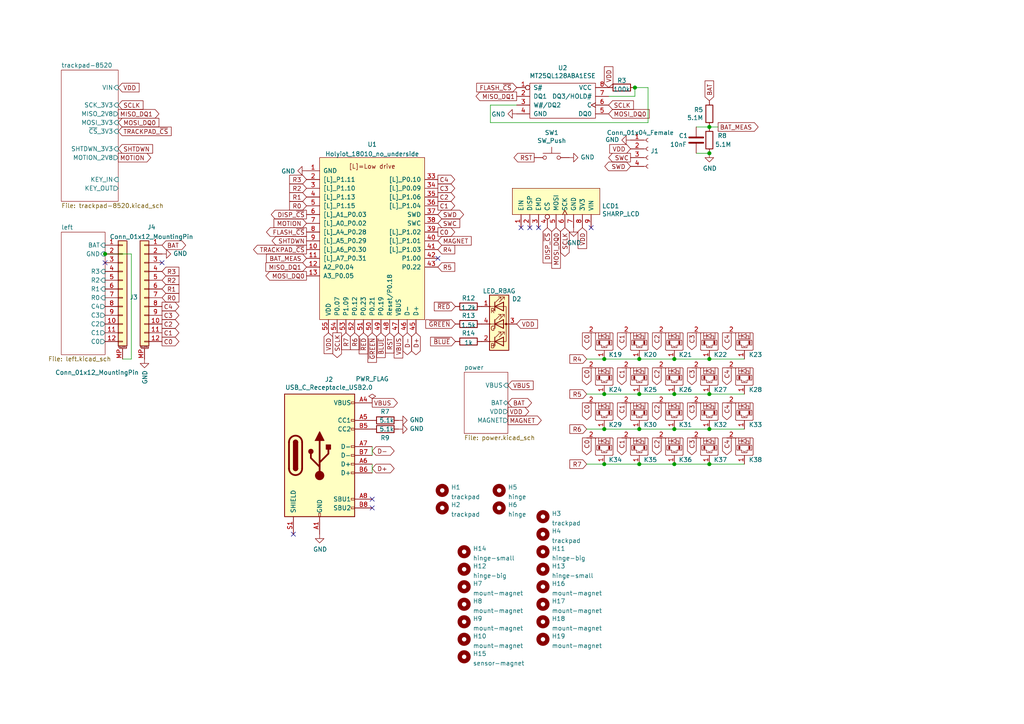
<source format=kicad_sch>
(kicad_sch (version 20210621) (generator eeschema)
  (paper "A4")
  (lib_symbols
    (symbol "Connector:Conn_01x04_Female" (pin_names (offset 1.016) hide)
      (property "Reference" "J" (at 0 5.08 0))
      (property "Value" "Conn_01x04_Female" (at 0 -7.62 0))
      (symbol "Conn_01x04_Female_1_1"
        (arc (start 0 -4.572) (end 0 -5.588) (radius (at 0 -5.08) (length 0.508) (angles 90.1 -90.1)) (stroke (width 0.1524)))
        (arc (start 0 -2.032) (end 0 -3.048) (radius (at 0 -2.54) (length 0.508) (angles 90.1 -90.1)) (stroke (width 0.1524)))
        (arc (start 0 0.508) (end 0 -0.508) (radius (at 0 0) (length 0.508) (angles 90.1 -90.1)) (stroke (width 0.1524)))
        (arc (start 0 3.048) (end 0 2.032) (radius (at 0 2.54) (length 0.508) (angles 90.1 -90.1)) (stroke (width 0.1524)))
        (polyline (pts (xy -1.27 -5.08) (xy -0.508 -5.08)) (stroke (width 0.1524)))
        (polyline (pts (xy -1.27 -2.54) (xy -0.508 -2.54)) (stroke (width 0.1524)))
        (polyline (pts (xy -1.27 0) (xy -0.508 0)) (stroke (width 0.1524)))
        (polyline (pts (xy -1.27 2.54) (xy -0.508 2.54)) (stroke (width 0.1524)))
        (pin passive line (at -5.08 2.54 0) (length 3.81) (name "Pin_1") (number "1"))
        (pin passive line (at -5.08 0 0) (length 3.81) (name "Pin_2") (number "2"))
        (pin passive line (at -5.08 -2.54 0) (length 3.81) (name "Pin_3") (number "3"))
        (pin passive line (at -5.08 -5.08 0) (length 3.81) (name "Pin_4") (number "4"))
      )
    )
    (symbol "Connector:USB_C_Receptacle_USB2.0" (pin_names (offset 1.016))
      (property "Reference" "J" (at -10.16 19.05 0))
      (property "Value" "USB_C_Receptacle_USB2.0" (at 19.05 19.05 0))
      (symbol "USB_C_Receptacle_USB2.0_0_0"
        (rectangle (start -0.254 -17.78) (end 0.254 -16.764))
        (rectangle (start 10.16 -14.986) (end 9.144 -15.494))
        (rectangle (start 10.16 -12.446) (end 9.144 -12.954))
        (rectangle (start 10.16 -4.826) (end 9.144 -5.334))
        (rectangle (start 10.16 -2.286) (end 9.144 -2.794))
        (rectangle (start 10.16 0.254) (end 9.144 -0.254))
        (rectangle (start 10.16 2.794) (end 9.144 2.286))
        (rectangle (start 10.16 7.874) (end 9.144 7.366))
        (rectangle (start 10.16 10.414) (end 9.144 9.906))
        (rectangle (start 10.16 15.494) (end 9.144 14.986))
      )
      (symbol "USB_C_Receptacle_USB2.0_0_1"
        (arc (start -8.89 -3.81) (end -5.08 -3.81) (radius (at -6.985 -3.81) (length 1.905) (angles -179.9 -0.1)) (stroke (width 0.508)))
        (arc (start -7.62 -3.81) (end -6.35 -3.81) (radius (at -6.985 -3.81) (length 0.635) (angles -179.9 -0.1)) (stroke (width 0.254)))
        (arc (start -6.35 3.81) (end -7.62 3.81) (radius (at -6.985 3.81) (length 0.635) (angles 0.1 179.9)) (stroke (width 0.254)))
        (arc (start -5.08 3.81) (end -8.89 3.81) (radius (at -6.985 3.81) (length 1.905) (angles 0.1 179.9)) (stroke (width 0.508)))
        (arc (start -7.62 -3.81) (end -6.35 -3.81) (radius (at -6.985 -3.81) (length 0.635) (angles -179.9 -0.1)) (stroke (width 0.254)) (fill (type outline)))
        (arc (start -6.35 3.81) (end -7.62 3.81) (radius (at -6.985 3.81) (length 0.635) (angles 0.1 179.9)) (stroke (width 0.254)) (fill (type outline)))
        (circle (center -2.54 1.143) (radius 0.635) (stroke (width 0.254)) (fill (type outline)))
        (circle (center 0 -5.842) (radius 1.27) (fill (type outline)))
        (rectangle (start -7.62 -3.81) (end -6.35 3.81) (stroke (width 0.254)) (fill (type outline)))
        (rectangle (start 1.905 1.778) (end 3.175 3.048) (stroke (width 0.254)) (fill (type outline)))
        (rectangle (start -10.16 17.78) (end 10.16 -17.78) (stroke (width 0.254)) (fill (type background)))
        (polyline (pts (xy -8.89 -3.81) (xy -8.89 3.81)) (stroke (width 0.508)))
        (polyline (pts (xy -5.08 3.81) (xy -5.08 -3.81)) (stroke (width 0.508)))
        (polyline (pts (xy 0 -5.842) (xy 0 4.318)) (stroke (width 0.508)))
        (polyline (pts (xy 0 -3.302) (xy -2.54 -0.762) (xy -2.54 0.508)) (stroke (width 0.508)))
        (polyline (pts (xy 0 -2.032) (xy 2.54 0.508) (xy 2.54 1.778)) (stroke (width 0.508)))
        (polyline (pts (xy -1.27 4.318) (xy 0 6.858) (xy 1.27 4.318) (xy -1.27 4.318)) (stroke (width 0.254)) (fill (type outline)))
      )
      (symbol "USB_C_Receptacle_USB2.0_1_1"
        (pin passive line (at 0 -22.86 90) (length 5.08) (name "GND") (number "A1"))
        (pin passive line (at 0 -22.86 90) (length 5.08) hide (name "GND") (number "A12"))
        (pin passive line (at 15.24 15.24 180) (length 5.08) (name "VBUS") (number "A4"))
        (pin bidirectional line (at 15.24 10.16 180) (length 5.08) (name "CC1") (number "A5"))
        (pin bidirectional line (at 15.24 -2.54 180) (length 5.08) (name "D+") (number "A6"))
        (pin bidirectional line (at 15.24 2.54 180) (length 5.08) (name "D-") (number "A7"))
        (pin bidirectional line (at 15.24 -12.7 180) (length 5.08) (name "SBU1") (number "A8"))
        (pin passive line (at 15.24 15.24 180) (length 5.08) hide (name "VBUS") (number "A9"))
        (pin passive line (at 0 -22.86 90) (length 5.08) hide (name "GND") (number "B1"))
        (pin passive line (at 0 -22.86 90) (length 5.08) hide (name "GND") (number "B12"))
        (pin passive line (at 15.24 15.24 180) (length 5.08) hide (name "VBUS") (number "B4"))
        (pin bidirectional line (at 15.24 7.62 180) (length 5.08) (name "CC2") (number "B5"))
        (pin bidirectional line (at 15.24 -5.08 180) (length 5.08) (name "D+") (number "B6"))
        (pin bidirectional line (at 15.24 0 180) (length 5.08) (name "D-") (number "B7"))
        (pin bidirectional line (at 15.24 -15.24 180) (length 5.08) (name "SBU2") (number "B8"))
        (pin passive line (at 15.24 15.24 180) (length 5.08) hide (name "VBUS") (number "B9"))
        (pin passive line (at -7.62 -22.86 90) (length 5.08) (name "SHIELD") (number "S1"))
      )
    )
    (symbol "Connector_Generic_MountingPin:Conn_01x12_MountingPin" (pin_names (offset 1.016) hide)
      (property "Reference" "J" (at 0 15.24 0))
      (property "Value" "Conn_01x12_MountingPin" (at 1.27 -17.78 0))
      (symbol "Conn_01x12_MountingPin_1_1"
        (text "Mounting" (at 0 -16.891 0) (effects (font (size 0.381 0.381))))
        (rectangle (start -1.27 -15.113) (end 0 -15.367) (stroke (width 0.1524)))
        (rectangle (start -1.27 -12.573) (end 0 -12.827) (stroke (width 0.1524)))
        (rectangle (start -1.27 -10.033) (end 0 -10.287) (stroke (width 0.1524)))
        (rectangle (start -1.27 -7.493) (end 0 -7.747) (stroke (width 0.1524)))
        (rectangle (start -1.27 -4.953) (end 0 -5.207) (stroke (width 0.1524)))
        (rectangle (start -1.27 -2.413) (end 0 -2.667) (stroke (width 0.1524)))
        (rectangle (start -1.27 0.127) (end 0 -0.127) (stroke (width 0.1524)))
        (rectangle (start -1.27 2.667) (end 0 2.413) (stroke (width 0.1524)))
        (rectangle (start -1.27 5.207) (end 0 4.953) (stroke (width 0.1524)))
        (rectangle (start -1.27 7.747) (end 0 7.493) (stroke (width 0.1524)))
        (rectangle (start -1.27 10.287) (end 0 10.033) (stroke (width 0.1524)))
        (rectangle (start -1.27 12.827) (end 0 12.573) (stroke (width 0.1524)))
        (rectangle (start -1.27 13.97) (end 1.27 -16.51) (stroke (width 0.254)) (fill (type background)))
        (polyline (pts (xy -1.016 -17.272) (xy 1.016 -17.272)) (stroke (width 0.1524)))
        (pin passive line (at -5.08 12.7 0) (length 3.81) (name "Pin_1") (number "1"))
        (pin passive line (at -5.08 -10.16 0) (length 3.81) (name "Pin_10") (number "10"))
        (pin passive line (at -5.08 -12.7 0) (length 3.81) (name "Pin_11") (number "11"))
        (pin passive line (at -5.08 -15.24 0) (length 3.81) (name "Pin_12") (number "12"))
        (pin passive line (at -5.08 10.16 0) (length 3.81) (name "Pin_2") (number "2"))
        (pin passive line (at -5.08 7.62 0) (length 3.81) (name "Pin_3") (number "3"))
        (pin passive line (at -5.08 5.08 0) (length 3.81) (name "Pin_4") (number "4"))
        (pin passive line (at -5.08 2.54 0) (length 3.81) (name "Pin_5") (number "5"))
        (pin passive line (at -5.08 0 0) (length 3.81) (name "Pin_6") (number "6"))
        (pin passive line (at -5.08 -2.54 0) (length 3.81) (name "Pin_7") (number "7"))
        (pin passive line (at -5.08 -5.08 0) (length 3.81) (name "Pin_8") (number "8"))
        (pin passive line (at -5.08 -7.62 0) (length 3.81) (name "Pin_9") (number "9"))
        (pin passive line (at 0 -20.32 90) (length 3.048) (name "MountPin") (number "MP"))
      )
    )
    (symbol "Device:C" (pin_numbers hide) (pin_names (offset 0.254))
      (property "Reference" "C" (at 0.635 2.54 0))
      (property "Value" "C" (at 0.635 -2.54 0))
      (symbol "C_0_1"
        (polyline (pts (xy -2.032 -0.762) (xy 2.032 -0.762)) (stroke (width 0.508)))
        (polyline (pts (xy -2.032 0.762) (xy 2.032 0.762)) (stroke (width 0.508)))
      )
      (symbol "C_1_1"
        (pin passive line (at 0 3.81 270) (length 2.794) (name "~") (number "1"))
        (pin passive line (at 0 -3.81 90) (length 2.794) (name "~") (number "2"))
      )
    )
    (symbol "Device:LED_RBAG" (pin_names (offset 0) hide)
      (property "Reference" "D" (at 0 9.398 0))
      (property "Value" "LED_RBAG" (at 0 -8.89 0))
      (symbol "LED_RBAG_0_0"
        (text "B" (at -1.905 -6.35 0) (effects (font (size 1.27 1.27))))
        (text "G" (at -1.905 -1.27 0) (effects (font (size 1.27 1.27))))
        (text "R" (at -1.905 3.81 0) (effects (font (size 1.27 1.27))))
      )
      (symbol "LED_RBAG_0_1"
        (circle (center 2.032 0) (radius 0.254) (fill (type outline)))
        (rectangle (start 1.27 -1.27) (end 1.27 1.27))
        (rectangle (start 1.27 1.27) (end 1.27 1.27))
        (rectangle (start 1.27 3.81) (end 1.27 6.35))
        (rectangle (start 1.27 6.35) (end 1.27 6.35))
        (rectangle (start 2.794 8.382) (end -2.794 -7.62) (stroke (width 0.254)) (fill (type background)))
        (polyline (pts (xy -1.27 -5.08) (xy -2.54 -5.08)))
        (polyline (pts (xy -1.27 -5.08) (xy 1.27 -5.08)))
        (polyline (pts (xy -1.27 -3.81) (xy -1.27 -6.35)) (stroke (width 0.254)))
        (polyline (pts (xy -1.27 0) (xy -2.54 0)))
        (polyline (pts (xy -1.27 1.27) (xy -1.27 -1.27)) (stroke (width 0.254)))
        (polyline (pts (xy -1.27 5.08) (xy -2.54 5.08)))
        (polyline (pts (xy -1.27 5.08) (xy 1.27 5.08)))
        (polyline (pts (xy -1.27 6.35) (xy -1.27 3.81)) (stroke (width 0.254)))
        (polyline (pts (xy 1.27 0) (xy -1.27 0)))
        (polyline (pts (xy 1.27 0) (xy 2.54 0)))
        (polyline (pts (xy -1.27 1.27) (xy -1.27 -1.27) (xy -1.27 -1.27)))
        (polyline (pts (xy -1.27 6.35) (xy -1.27 3.81) (xy -1.27 3.81)))
        (polyline (pts (xy 1.27 -5.08) (xy 2.032 -5.08) (xy 2.032 5.08) (xy 1.27 5.08)))
        (polyline (pts (xy 1.27 -3.81) (xy 1.27 -6.35) (xy -1.27 -5.08) (xy 1.27 -3.81)) (stroke (width 0.254)))
        (polyline (pts (xy 1.27 1.27) (xy 1.27 -1.27) (xy -1.27 0) (xy 1.27 1.27)) (stroke (width 0.254)))
        (polyline (pts (xy 1.27 6.35) (xy 1.27 3.81) (xy -1.27 5.08) (xy 1.27 6.35)) (stroke (width 0.254)))
        (polyline (pts (xy -1.016 -3.81) (xy 0.508 -2.286) (xy -0.254 -2.286) (xy 0.508 -2.286) (xy 0.508 -3.048)))
        (polyline (pts (xy -1.016 1.27) (xy 0.508 2.794) (xy -0.254 2.794) (xy 0.508 2.794) (xy 0.508 2.032)))
        (polyline (pts (xy -1.016 6.35) (xy 0.508 7.874) (xy -0.254 7.874) (xy 0.508 7.874) (xy 0.508 7.112)))
        (polyline (pts (xy 0 -3.81) (xy 1.524 -2.286) (xy 0.762 -2.286) (xy 1.524 -2.286) (xy 1.524 -3.048)))
        (polyline (pts (xy 0 1.27) (xy 1.524 2.794) (xy 0.762 2.794) (xy 1.524 2.794) (xy 1.524 2.032)))
        (polyline (pts (xy 0 6.35) (xy 1.524 7.874) (xy 0.762 7.874) (xy 1.524 7.874) (xy 1.524 7.112)))
      )
      (symbol "LED_RBAG_1_1"
        (pin passive line (at -5.08 5.08 0) (length 2.54) (name "RK") (number "1"))
        (pin passive line (at -5.08 -5.08 0) (length 2.54) (name "BK") (number "2"))
        (pin passive line (at 5.08 0 180) (length 2.54) (name "A") (number "3"))
        (pin passive line (at -5.08 0 0) (length 2.54) (name "GK") (number "4"))
      )
    )
    (symbol "Device:R" (pin_numbers hide) (pin_names (offset 0))
      (property "Reference" "R" (at 2.032 0 90))
      (property "Value" "R" (at 0 0 90))
      (symbol "R_0_1"
        (rectangle (start -1.016 -2.54) (end 1.016 2.54) (stroke (width 0.254)))
      )
      (symbol "R_1_1"
        (pin passive line (at 0 3.81 270) (length 1.27) (name "~") (number "1"))
        (pin passive line (at 0 -3.81 90) (length 1.27) (name "~") (number "2"))
      )
    )
    (symbol "Mechanical:MountingHole" (pin_names (offset 1.016))
      (property "Reference" "H" (at 0 5.08 0))
      (property "Value" "MountingHole" (at 0 3.175 0))
      (symbol "MountingHole_0_1"
        (circle (center 0 0) (radius 1.27) (stroke (width 1.27)))
      )
    )
    (symbol "Switch:SW_Push" (pin_numbers hide) (pin_names (offset 1.016) hide)
      (property "Reference" "SW" (at 1.27 2.54 0))
      (property "Value" "SW_Push" (at 0 -1.524 0))
      (symbol "SW_Push_0_1"
        (circle (center -2.032 0) (radius 0.508))
        (circle (center 2.032 0) (radius 0.508))
        (polyline (pts (xy 0 1.27) (xy 0 3.048)))
        (polyline (pts (xy 2.54 1.27) (xy -2.54 1.27)))
        (pin passive line (at -5.08 0 0) (length 2.54) (name "1") (number "1"))
        (pin passive line (at 5.08 0 180) (length 2.54) (name "2") (number "2"))
      )
    )
    (symbol "diode-choc:diode-choc" (pin_names (offset 1.016))
      (property "Reference" "K" (at 0 3.81 0))
      (symbol "diode-choc_0_1"
        (arc (start -2.286 -2.54) (end -2.54 -2.286) (radius (at -2.286 -2.286) (length 0.254) (angles -90 180)))
        (arc (start -2.54 2.286) (end -2.286 2.54) (radius (at -2.286 2.286) (length 0.254) (angles 180 90)))
        (arc (start -0.381 -1.27) (end 0.381 -1.27) (radius (at 0 -1.016) (length 0.4572) (angles -146.3 -33.7)))
        (arc (start 2.286 -2.54) (end 2.54 -2.286) (radius (at 2.286 -2.286) (length 0.254) (angles -90 0)))
        (arc (start 2.286 2.54) (end 2.54 2.286) (radius (at 2.286 2.286) (length 0.254) (angles 90 0)))
        (rectangle (start -1.651 0.127) (end -1.27 -0.762) (fill (type outline)))
        (polyline (pts (xy -2.54 2.286) (xy -2.54 -2.286)))
        (polyline (pts (xy -2.286 -2.54) (xy 2.286 -2.54)))
        (polyline (pts (xy -2.286 2.54) (xy 2.286 2.54)))
        (polyline (pts (xy -1.651 1.651) (xy -0.762 1.651)))
        (polyline (pts (xy -0.762 2.286) (xy -0.762 1.016)))
        (polyline (pts (xy 2.54 -2.286) (xy 2.54 2.286)))
        (polyline (pts (xy 0.508 1.651) (xy 1.27 1.651) (xy 1.27 0.762)))
        (polyline (pts (xy -1.651 2.54) (xy -1.651 0.762) (xy 1.651 0.762) (xy 1.651 2.54)))
        (polyline (pts (xy -0.762 1.651) (xy 0.508 2.286) (xy 0.508 1.016) (xy -0.762 1.651)))
        (polyline (pts (xy -2.159 0.381) (xy -2.159 -1.016) (xy -0.762 -1.016) (xy -0.762 -1.778) (xy 0.762 -1.778) (xy 0.762 -1.016) (xy 2.159 -1.016) (xy 2.159 0.381) (xy -2.159 0.381)))
      )
      (symbol "diode-choc_1_1"
        (rectangle (start 1.27 0.127) (end 1.651 -0.762) (fill (type outline)))
        (pin input line (at 0 -5.08 90) (length 2.54) (name "~") (number "1"))
        (pin output line (at -5.08 2.54 0) (length 2.54) (name "~") (number "2"))
      )
    )
    (symbol "keeb-libs:Holyiot_18010_no_underside" (pin_names (offset 1.016))
      (property "Reference" "U" (at 0 40.64 0))
      (property "Value" "Holyiot_18010_no_underside" (at 1.27 43.18 0))
      (symbol "Holyiot_18010_no_underside_0_0"
        (text "[L]=Low drive" (at 0 13.97 0) (effects (font (size 1.27 1.27))))
      )
      (symbol "Holyiot_18010_no_underside_0_1"
        (rectangle (start -15.24 -30.48) (end 15.24 16.51) (fill (type background)))
      )
      (symbol "Holyiot_18010_no_underside_1_1"
        (pin power_in line (at -19.05 12.7 0) (length 3.81) (name "GND") (number "1"))
        (pin bidirectional line (at -19.05 -10.16 0) (length 3.81) (name "[L]_A6_P0.30") (number "10"))
        (pin bidirectional line (at -19.05 -12.7 0) (length 3.81) (name "[L]_A7_P0.31") (number "11"))
        (pin bidirectional line (at -19.05 -15.24 0) (length 3.81) (name "A2_P0.04") (number "12"))
        (pin bidirectional line (at -19.05 -17.78 0) (length 3.81) (name "A3_P0.05") (number "13"))
        (pin bidirectional line (at -19.05 10.16 0) (length 3.81) (name "[L]_P1.11") (number "2"))
        (pin bidirectional line (at -19.05 7.62 0) (length 3.81) (name "[L]_P1.10") (number "3"))
        (pin passive line (at -19.05 12.7 0) (length 3.81) hide (name "GND") (number "32"))
        (pin bidirectional line (at 19.05 10.16 180) (length 3.81) (name "[L]_P0.10") (number "33"))
        (pin bidirectional line (at 19.05 7.62 180) (length 3.81) (name "[L]_P0.09") (number "34"))
        (pin bidirectional line (at 19.05 5.08 180) (length 3.81) (name "[L]_P1.06") (number "35"))
        (pin bidirectional line (at 19.05 2.54 180) (length 3.81) (name "[L]_P1.04") (number "36"))
        (pin input line (at 19.05 0 180) (length 3.81) (name "SWD") (number "37"))
        (pin bidirectional line (at 19.05 -2.54 180) (length 3.81) (name "SWC") (number "38"))
        (pin bidirectional line (at 19.05 -5.08 180) (length 3.81) (name "[L]_P1.02") (number "39"))
        (pin bidirectional line (at -19.05 5.08 0) (length 3.81) (name "[L]_P1.13") (number "4"))
        (pin bidirectional line (at 19.05 -7.62 180) (length 3.81) (name "[L]_P1.01") (number "40"))
        (pin bidirectional line (at 19.05 -10.16 180) (length 3.81) (name "[L]_P1.03") (number "41"))
        (pin bidirectional line (at 19.05 -12.7 180) (length 3.81) (name "P1.00") (number "42"))
        (pin bidirectional line (at 19.05 -15.24 180) (length 3.81) (name "P0.22") (number "43"))
        (pin passive line (at -19.05 12.7 0) (length 3.81) hide (name "GND") (number "44"))
        (pin bidirectional line (at 12.7 -34.29 90) (length 3.81) (name "D+") (number "45"))
        (pin bidirectional line (at 10.16 -34.29 90) (length 3.81) (name "D-") (number "46"))
        (pin power_in line (at 7.62 -34.29 90) (length 3.81) (name "VBUS") (number "47"))
        (pin bidirectional line (at 5.08 -34.29 90) (length 3.81) (name "Reset/P0.18") (number "48"))
        (pin bidirectional line (at 2.54 -34.29 90) (length 3.81) (name "P0.19") (number "49"))
        (pin bidirectional line (at -19.05 2.54 0) (length 3.81) (name "[L]_P1.15") (number "5"))
        (pin bidirectional line (at 0 -34.29 90) (length 3.81) (name "P0.21") (number "50"))
        (pin bidirectional line (at -2.54 -34.29 90) (length 3.81) (name "P0.23") (number "51"))
        (pin bidirectional line (at -5.08 -34.29 90) (length 3.81) (name "P0.12") (number "52"))
        (pin bidirectional line (at -7.62 -34.29 90) (length 3.81) (name "P1.09") (number "53"))
        (pin bidirectional line (at -10.16 -34.29 90) (length 3.81) (name "P0.07") (number "54"))
        (pin power_in line (at -12.7 -34.29 90) (length 3.81) (name "VDD") (number "55"))
        (pin bidirectional line (at -19.05 0 0) (length 3.81) (name "[L]_A1_P0.03") (number "6"))
        (pin bidirectional line (at -19.05 -2.54 0) (length 3.81) (name "[L]_A0_P0.02") (number "7"))
        (pin bidirectional line (at -19.05 -5.08 0) (length 3.81) (name "[L]_A4_P0.28") (number "8"))
        (pin bidirectional line (at -19.05 -7.62 0) (length 3.81) (name "[L]_A5_P0.29") (number "9"))
      )
    )
    (symbol "keeb-libs:SHARP_LCD" (pin_names (offset 1.016))
      (property "Reference" "LCD" (at 0 -13.97 0))
      (property "Value" "SHARP_LCD" (at 0 6.35 0))
      (symbol "SHARP_LCD_0_1"
        (rectangle (start 12.7 -3.81) (end -12.7 3.81) (fill (type background)))
      )
      (symbol "SHARP_LCD_1_1"
        (pin input line (at -10.16 -7.62 90) (length 3.81) (name "EIN") (number "1"))
        (pin input line (at -7.62 -7.62 90) (length 3.81) (name "DISP") (number "2"))
        (pin input line (at -5.08 -7.62 90) (length 3.81) (name "EMD") (number "3"))
        (pin input inverted (at -2.54 -7.62 90) (length 3.81) (name "CS") (number "4"))
        (pin input line (at 0 -7.62 90) (length 3.81) (name "MOSI") (number "5"))
        (pin input clock (at 2.54 -7.62 90) (length 3.81) (name "SCK") (number "6"))
        (pin power_in line (at 5.08 -7.62 90) (length 3.81) (name "GND") (number "7"))
        (pin power_in line (at 7.62 -7.62 90) (length 3.81) (name "3V3") (number "8"))
        (pin power_in line (at 10.16 -7.62 90) (length 3.81) (name "VIN") (number "9"))
      )
    )
    (symbol "power:GND" (power) (pin_names (offset 0))
      (property "Value" "GND" (at 0 -3.81 0))
      (symbol "GND_0_1"
        (polyline (pts (xy 0 0) (xy 0 -1.27) (xy 1.27 -1.27) (xy 0 -2.54) (xy -1.27 -1.27) (xy 0 -1.27)))
      )
      (symbol "GND_1_1"
        (pin power_in line (at 0 0 270) (length 0) hide (name "GND") (number "1"))
      )
    )
    (symbol "power:PWR_FLAG" (power) (pin_numbers hide) (pin_names (offset 0) hide)
      (property "Value" "PWR_FLAG" (at 0 3.81 0))
      (symbol "PWR_FLAG_0_0"
        (pin power_out line (at 0 0 90) (length 0) (name "pwr") (number "1"))
      )
      (symbol "PWR_FLAG_0_1"
        (polyline (pts (xy 0 0) (xy 0 1.27) (xy -1.016 1.905) (xy 0 2.54) (xy 1.016 1.905) (xy 0 1.27)))
      )
    )
    (symbol "steno:MT25QL128ABA1ESE" (pin_names (offset 1.016))
      (property "Reference" "U" (at 0 -12.7 0))
      (property "Value" "MT25QL128ABA1ESE" (at -1.27 12.7 0))
      (symbol "MT25QL128ABA1ESE_0_1"
        (rectangle (start -7.62 3.81) (end 11.43 -6.35))
      )
      (symbol "MT25QL128ABA1ESE_1_1"
        (pin input inverted (at -11.43 2.54 0) (length 3.81) (name "S#") (number "1"))
        (pin output line (at -11.43 0 0) (length 3.81) (name "DQ1") (number "2"))
        (pin bidirectional line (at -11.43 -2.54 0) (length 3.81) (name "W#/DQ2") (number "3"))
        (pin power_in line (at -11.43 -5.08 0) (length 3.81) (name "GND") (number "4"))
        (pin input line (at 15.24 -5.08 180) (length 3.81) (name "DQ0") (number "5"))
        (pin input clock (at 15.24 -2.54 180) (length 3.81) (name "C") (number "6"))
        (pin input line (at 15.24 0 180) (length 3.81) (name "DQ3/HOLD#") (number "7"))
        (pin power_in line (at 15.24 2.54 180) (length 3.81) (name "VCC") (number "8"))
      )
    )
  )
  (junction (at 30.48 73.66) (diameter 1.016))
  (junction (at 175.26 104.14) (diameter 1.016))
  (junction (at 175.26 114.3) (diameter 1.016))
  (junction (at 175.26 124.46) (diameter 1.016))
  (junction (at 175.26 134.62) (diameter 1.016))
  (junction (at 184.15 25.4) (diameter 1.016))
  (junction (at 185.42 104.14) (diameter 1.016))
  (junction (at 185.42 114.3) (diameter 1.016))
  (junction (at 185.42 124.46) (diameter 1.016))
  (junction (at 185.42 134.62) (diameter 1.016))
  (junction (at 195.58 104.14) (diameter 1.016))
  (junction (at 195.58 114.3) (diameter 1.016))
  (junction (at 195.58 124.46) (diameter 1.016))
  (junction (at 195.58 134.62) (diameter 1.016))
  (junction (at 205.74 36.83) (diameter 1.016))
  (junction (at 205.74 44.45) (diameter 1.016))
  (junction (at 205.74 104.14) (diameter 1.016))
  (junction (at 205.74 114.3) (diameter 1.016))
  (junction (at 205.74 124.46) (diameter 1.016))
  (junction (at 205.74 134.62) (diameter 1.016))
  (no_connect (at 30.48 76.2))
  (no_connect (at 46.99 76.2))
  (no_connect (at 85.09 154.94))
  (no_connect (at 107.95 144.78))
  (no_connect (at 107.95 147.32))
  (no_connect (at 127 74.93))
  (no_connect (at 151.13 66.04))
  (no_connect (at 153.67 66.04))
  (no_connect (at 156.21 66.04))
  (no_connect (at 171.45 66.04))
  (wire (pts (xy 30.48 73.66) (xy 38.1 73.66)))
  (wire (pts (xy 35.56 104.14) (xy 38.1 104.14)))
  (wire (pts (xy 38.1 104.14) (xy 38.1 73.66)))
  (wire (pts (xy 107.95 129.54) (xy 107.95 132.08)))
  (wire (pts (xy 107.95 134.62) (xy 107.95 137.16)))
  (wire (pts (xy 142.24 30.48) (xy 149.86 30.48)))
  (wire (pts (xy 142.24 35.56) (xy 142.24 30.48)))
  (wire (pts (xy 170.18 104.14) (xy 175.26 104.14)))
  (wire (pts (xy 170.18 114.3) (xy 175.26 114.3)))
  (wire (pts (xy 170.18 124.46) (xy 175.26 124.46)))
  (wire (pts (xy 170.18 134.62) (xy 175.26 134.62)))
  (wire (pts (xy 175.26 104.14) (xy 185.42 104.14)))
  (wire (pts (xy 175.26 114.3) (xy 185.42 114.3)))
  (wire (pts (xy 175.26 124.46) (xy 185.42 124.46)))
  (wire (pts (xy 175.26 134.62) (xy 185.42 134.62)))
  (wire (pts (xy 176.53 27.94) (xy 184.15 27.94)))
  (wire (pts (xy 184.15 25.4) (xy 187.96 25.4)))
  (wire (pts (xy 184.15 27.94) (xy 184.15 25.4)))
  (wire (pts (xy 185.42 104.14) (xy 195.58 104.14)))
  (wire (pts (xy 185.42 114.3) (xy 195.58 114.3)))
  (wire (pts (xy 185.42 124.46) (xy 195.58 124.46)))
  (wire (pts (xy 185.42 134.62) (xy 195.58 134.62)))
  (wire (pts (xy 187.96 25.4) (xy 187.96 35.56)))
  (wire (pts (xy 187.96 35.56) (xy 142.24 35.56)))
  (wire (pts (xy 195.58 104.14) (xy 205.74 104.14)))
  (wire (pts (xy 195.58 114.3) (xy 205.74 114.3)))
  (wire (pts (xy 195.58 124.46) (xy 205.74 124.46)))
  (wire (pts (xy 195.58 134.62) (xy 205.74 134.62)))
  (wire (pts (xy 201.93 36.83) (xy 205.74 36.83)))
  (wire (pts (xy 205.74 44.45) (xy 201.93 44.45)))
  (wire (pts (xy 205.74 104.14) (xy 215.9 104.14)))
  (wire (pts (xy 205.74 114.3) (xy 215.9 114.3)))
  (wire (pts (xy 205.74 124.46) (xy 215.9 124.46)))
  (wire (pts (xy 205.74 134.62) (xy 215.9 134.62)))
  (wire (pts (xy 208.28 36.83) (xy 205.74 36.83)))
  (global_label "VDD" (shape input) (at 34.29 25.4 0) (property "Intersheet References" "${INTERSHEET_REFS}" (effects hide)))
  (global_label "SCLK" (shape input) (at 34.29 30.48 0) (property "Intersheet References" "${INTERSHEET_REFS}" (effects hide)))
  (global_label "MISO_DQ1" (shape output) (at 34.29 33.02 0) (property "Intersheet References" "${INTERSHEET_REFS}" (effects hide)))
  (global_label "MOSI_DQ0" (shape input) (at 34.29 35.56 0) (property "Intersheet References" "${INTERSHEET_REFS}" (effects hide)))
  (global_label "TRACKPAD_~{CS}" (shape input) (at 34.29 38.1 0) (property "Intersheet References" "${INTERSHEET_REFS}" (effects hide)))
  (global_label "SHTDWN" (shape input) (at 34.29 43.18 0) (property "Intersheet References" "${INTERSHEET_REFS}" (effects hide)))
  (global_label "MOTION" (shape output) (at 34.29 45.72 0) (property "Intersheet References" "${INTERSHEET_REFS}" (effects hide)))
  (global_label "BAT" (shape bidirectional) (at 46.99 71.12 0) (property "Intersheet References" "${INTERSHEET_REFS}" (effects hide)))
  (global_label "R3" (shape input) (at 46.99 78.74 0) (property "Intersheet References" "${INTERSHEET_REFS}" (effects hide)))
  (global_label "R2" (shape input) (at 46.99 81.28 0) (property "Intersheet References" "${INTERSHEET_REFS}" (effects hide)))
  (global_label "R1" (shape input) (at 46.99 83.82 0) (property "Intersheet References" "${INTERSHEET_REFS}" (effects hide)))
  (global_label "R0" (shape input) (at 46.99 86.36 0) (property "Intersheet References" "${INTERSHEET_REFS}" (effects hide)))
  (global_label "C4" (shape output) (at 46.99 88.9 0) (property "Intersheet References" "${INTERSHEET_REFS}" (effects hide)))
  (global_label "C3" (shape output) (at 46.99 91.44 0) (property "Intersheet References" "${INTERSHEET_REFS}" (effects hide)))
  (global_label "C2" (shape output) (at 46.99 93.98 0) (property "Intersheet References" "${INTERSHEET_REFS}" (effects hide)))
  (global_label "C1" (shape output) (at 46.99 96.52 0) (property "Intersheet References" "${INTERSHEET_REFS}" (effects hide)))
  (global_label "C0" (shape output) (at 46.99 99.06 0) (property "Intersheet References" "${INTERSHEET_REFS}" (effects hide)))
  (global_label "R3" (shape input) (at 88.9 52.07 180) (property "Intersheet References" "${INTERSHEET_REFS}" (effects hide)))
  (global_label "R2" (shape input) (at 88.9 54.61 180) (property "Intersheet References" "${INTERSHEET_REFS}" (effects hide)))
  (global_label "R1" (shape input) (at 88.9 57.15 180) (property "Intersheet References" "${INTERSHEET_REFS}" (effects hide)))
  (global_label "R0" (shape input) (at 88.9 59.69 180) (property "Intersheet References" "${INTERSHEET_REFS}" (effects hide)))
  (global_label "DISP_~{CS}" (shape output) (at 88.9 62.23 180) (property "Intersheet References" "${INTERSHEET_REFS}" (effects hide)))
  (global_label "MOTION" (shape input) (at 88.9 64.77 180) (property "Intersheet References" "${INTERSHEET_REFS}" (effects hide)))
  (global_label "FLASH_~{CS}" (shape output) (at 88.9 67.31 180) (property "Intersheet References" "${INTERSHEET_REFS}" (effects hide)))
  (global_label "SHTDWN" (shape output) (at 88.9 69.85 180) (property "Intersheet References" "${INTERSHEET_REFS}" (effects hide)))
  (global_label "TRACKPAD_~{CS}" (shape output) (at 88.9 72.39 180) (property "Intersheet References" "${INTERSHEET_REFS}" (effects hide)))
  (global_label "BAT_MEAS" (shape input) (at 88.9 74.93 180) (property "Intersheet References" "${INTERSHEET_REFS}" (effects hide)))
  (global_label "MISO_DQ1" (shape input) (at 88.9 77.47 180) (property "Intersheet References" "${INTERSHEET_REFS}" (effects hide)))
  (global_label "MOSI_DQ0" (shape output) (at 88.9 80.01 180) (property "Intersheet References" "${INTERSHEET_REFS}" (effects hide)))
  (global_label "VDD" (shape input) (at 95.25 96.52 270) (property "Intersheet References" "${INTERSHEET_REFS}" (effects hide)))
  (global_label "SCLK" (shape output) (at 97.79 96.52 270) (property "Intersheet References" "${INTERSHEET_REFS}" (effects hide)))
  (global_label "R7" (shape input) (at 100.33 96.52 270) (property "Intersheet References" "${INTERSHEET_REFS}" (effects hide)))
  (global_label "R6" (shape input) (at 102.87 96.52 270) (property "Intersheet References" "${INTERSHEET_REFS}" (effects hide)))
  (global_label "~{RED}" (shape input) (at 105.41 96.52 270) (property "Intersheet References" "${INTERSHEET_REFS}" (effects hide)))
  (global_label "~{GREEN}" (shape input) (at 107.95 96.52 270) (property "Intersheet References" "${INTERSHEET_REFS}" (effects hide)))
  (global_label "VBUS" (shape output) (at 107.95 116.84 0) (property "Intersheet References" "${INTERSHEET_REFS}" (effects hide)))
  (global_label "D-" (shape bidirectional) (at 107.95 130.81 0) (property "Intersheet References" "${INTERSHEET_REFS}" (effects hide)))
  (global_label "D+" (shape bidirectional) (at 107.95 135.89 0) (property "Intersheet References" "${INTERSHEET_REFS}" (effects hide)))
  (global_label "~{BLUE}" (shape input) (at 110.49 96.52 270) (property "Intersheet References" "${INTERSHEET_REFS}" (effects hide)))
  (global_label "RST" (shape input) (at 113.03 96.52 270) (property "Intersheet References" "${INTERSHEET_REFS}" (effects hide)))
  (global_label "VBUS" (shape input) (at 115.57 96.52 270) (property "Intersheet References" "${INTERSHEET_REFS}" (effects hide)))
  (global_label "D-" (shape bidirectional) (at 118.11 96.52 270) (property "Intersheet References" "${INTERSHEET_REFS}" (effects hide)))
  (global_label "D+" (shape bidirectional) (at 120.65 96.52 270) (property "Intersheet References" "${INTERSHEET_REFS}" (effects hide)))
  (global_label "C4" (shape output) (at 127 52.07 0) (property "Intersheet References" "${INTERSHEET_REFS}" (effects hide)))
  (global_label "C3" (shape output) (at 127 54.61 0) (property "Intersheet References" "${INTERSHEET_REFS}" (effects hide)))
  (global_label "C2" (shape output) (at 127 57.15 0) (property "Intersheet References" "${INTERSHEET_REFS}" (effects hide)))
  (global_label "C1" (shape output) (at 127 59.69 0) (property "Intersheet References" "${INTERSHEET_REFS}" (effects hide)))
  (global_label "SWD" (shape bidirectional) (at 127 62.23 0) (property "Intersheet References" "${INTERSHEET_REFS}" (effects hide)))
  (global_label "SWC" (shape input) (at 127 64.77 0) (property "Intersheet References" "${INTERSHEET_REFS}" (effects hide)))
  (global_label "C0" (shape output) (at 127 67.31 0) (property "Intersheet References" "${INTERSHEET_REFS}" (effects hide)))
  (global_label "MAGNET" (shape input) (at 127 69.85 0) (property "Intersheet References" "${INTERSHEET_REFS}" (effects hide)))
  (global_label "R4" (shape input) (at 127 72.39 0) (property "Intersheet References" "${INTERSHEET_REFS}" (effects hide)))
  (global_label "R5" (shape input) (at 127 77.47 0) (property "Intersheet References" "${INTERSHEET_REFS}" (effects hide)))
  (global_label "~{RED}" (shape input) (at 132.08 88.9 180) (property "Intersheet References" "${INTERSHEET_REFS}" (effects hide)))
  (global_label "~{GREEN}" (shape input) (at 132.08 93.98 180) (property "Intersheet References" "${INTERSHEET_REFS}" (effects hide)))
  (global_label "~{BLUE}" (shape input) (at 132.08 99.06 180) (property "Intersheet References" "${INTERSHEET_REFS}" (effects hide)))
  (global_label "VBUS" (shape input) (at 147.32 111.76 0) (property "Intersheet References" "${INTERSHEET_REFS}" (effects hide)))
  (global_label "BAT" (shape bidirectional) (at 147.32 116.84 0) (property "Intersheet References" "${INTERSHEET_REFS}" (effects hide)))
  (global_label "VDD" (shape output) (at 147.32 119.38 0) (property "Intersheet References" "${INTERSHEET_REFS}" (effects hide)))
  (global_label "MAGNET" (shape output) (at 147.32 121.92 0) (property "Intersheet References" "${INTERSHEET_REFS}" (effects hide)))
  (global_label "FLASH_~{CS}" (shape input) (at 149.86 25.4 180) (property "Intersheet References" "${INTERSHEET_REFS}" (effects hide)))
  (global_label "MISO_DQ1" (shape output) (at 149.86 27.94 180) (property "Intersheet References" "${INTERSHEET_REFS}" (effects hide)))
  (global_label "VDD" (shape input) (at 149.86 93.98 0) (property "Intersheet References" "${INTERSHEET_REFS}" (effects hide)))
  (global_label "RST" (shape output) (at 154.94 45.72 180) (property "Intersheet References" "${INTERSHEET_REFS}" (effects hide)))
  (global_label "DISP_~{CS}" (shape input) (at 158.75 66.04 270) (property "Intersheet References" "${INTERSHEET_REFS}" (effects hide)))
  (global_label "MOSI_DQ0" (shape input) (at 161.29 66.04 270) (property "Intersheet References" "${INTERSHEET_REFS}" (effects hide)))
  (global_label "SCLK" (shape bidirectional) (at 163.83 66.04 270) (property "Intersheet References" "${INTERSHEET_REFS}" (effects hide)))
  (global_label "VDD" (shape input) (at 168.91 66.04 270) (property "Intersheet References" "${INTERSHEET_REFS}" (effects hide)))
  (global_label "C0" (shape output) (at 170.18 96.52 270) (property "Intersheet References" "${INTERSHEET_REFS}" (effects hide)))
  (global_label "R4" (shape input) (at 170.18 104.14 180) (property "Intersheet References" "${INTERSHEET_REFS}" (effects hide)))
  (global_label "C0" (shape output) (at 170.18 106.68 270) (property "Intersheet References" "${INTERSHEET_REFS}" (effects hide)))
  (global_label "R5" (shape input) (at 170.18 114.3 180) (property "Intersheet References" "${INTERSHEET_REFS}" (effects hide)))
  (global_label "C0" (shape output) (at 170.18 116.84 270) (property "Intersheet References" "${INTERSHEET_REFS}" (effects hide)))
  (global_label "R6" (shape input) (at 170.18 124.46 180) (property "Intersheet References" "${INTERSHEET_REFS}" (effects hide)))
  (global_label "C0" (shape output) (at 170.18 127 270) (property "Intersheet References" "${INTERSHEET_REFS}" (effects hide)))
  (global_label "R7" (shape input) (at 170.18 134.62 180) (property "Intersheet References" "${INTERSHEET_REFS}" (effects hide)))
  (global_label "VDD" (shape input) (at 176.53 25.4 90) (property "Intersheet References" "${INTERSHEET_REFS}" (effects hide)))
  (global_label "SCLK" (shape input) (at 176.53 30.48 0) (property "Intersheet References" "${INTERSHEET_REFS}" (effects hide)))
  (global_label "MOSI_DQ0" (shape input) (at 176.53 33.02 0) (property "Intersheet References" "${INTERSHEET_REFS}" (effects hide)))
  (global_label "C1" (shape output) (at 180.34 96.52 270) (property "Intersheet References" "${INTERSHEET_REFS}" (effects hide)))
  (global_label "C1" (shape output) (at 180.34 106.68 270) (property "Intersheet References" "${INTERSHEET_REFS}" (effects hide)))
  (global_label "C1" (shape output) (at 180.34 116.84 270) (property "Intersheet References" "${INTERSHEET_REFS}" (effects hide)))
  (global_label "C1" (shape output) (at 180.34 127 270) (property "Intersheet References" "${INTERSHEET_REFS}" (effects hide)))
  (global_label "VDD" (shape input) (at 182.88 43.18 180) (property "Intersheet References" "${INTERSHEET_REFS}" (effects hide)))
  (global_label "SWC" (shape output) (at 182.88 45.72 180) (property "Intersheet References" "${INTERSHEET_REFS}" (effects hide)))
  (global_label "SWD" (shape bidirectional) (at 182.88 48.26 180) (property "Intersheet References" "${INTERSHEET_REFS}" (effects hide)))
  (global_label "C2" (shape output) (at 190.5 96.52 270) (property "Intersheet References" "${INTERSHEET_REFS}" (effects hide)))
  (global_label "C2" (shape output) (at 190.5 106.68 270) (property "Intersheet References" "${INTERSHEET_REFS}" (effects hide)))
  (global_label "C2" (shape output) (at 190.5 116.84 270) (property "Intersheet References" "${INTERSHEET_REFS}" (effects hide)))
  (global_label "C2" (shape output) (at 190.5 127 270) (property "Intersheet References" "${INTERSHEET_REFS}" (effects hide)))
  (global_label "C3" (shape output) (at 200.66 96.52 270) (property "Intersheet References" "${INTERSHEET_REFS}" (effects hide)))
  (global_label "C3" (shape output) (at 200.66 106.68 270) (property "Intersheet References" "${INTERSHEET_REFS}" (effects hide)))
  (global_label "C3" (shape output) (at 200.66 116.84 270) (property "Intersheet References" "${INTERSHEET_REFS}" (effects hide)))
  (global_label "C3" (shape output) (at 200.66 127 270) (property "Intersheet References" "${INTERSHEET_REFS}" (effects hide)))
  (global_label "BAT" (shape input) (at 205.74 29.21 90) (property "Intersheet References" "${INTERSHEET_REFS}" (effects hide)))
  (global_label "BAT_MEAS" (shape output) (at 208.28 36.83 0) (property "Intersheet References" "${INTERSHEET_REFS}" (effects hide)))
  (global_label "C4" (shape output) (at 210.82 96.52 270) (property "Intersheet References" "${INTERSHEET_REFS}" (effects hide)))
  (global_label "C4" (shape output) (at 210.82 106.68 270) (property "Intersheet References" "${INTERSHEET_REFS}" (effects hide)))
  (global_label "C4" (shape output) (at 210.82 116.84 270) (property "Intersheet References" "${INTERSHEET_REFS}" (effects hide)))
  (global_label "C4" (shape output) (at 210.82 127 270) (property "Intersheet References" "${INTERSHEET_REFS}" (effects hide)))
  (symbol (lib_id "power:PWR_FLAG") (at 107.95 116.84 0) (unit 1)
    (property "Reference" "#FLG0104" (effects hide))
    (property "Value" "PWR_FLAG" (at 107.95 109.9058 0))
  )
  (symbol (lib_id "power:GND") (at 41.91 104.14 0) (unit 1)
    (property "Reference" "#PWR0136" (effects hide))
    (property "Value" "GND" (at 42.037 107.3912 90) (effects (justify right)))
  )
  (symbol (lib_id "power:GND") (at 46.99 73.66 90) (unit 1)
    (property "Reference" "#PWR0103" (effects hide))
    (property "Value" "GND" (at 50.2412 73.533 90) (effects (justify right)))
  )
  (symbol (lib_id "power:GND") (at 88.9 49.53 270) (unit 1)
    (property "Reference" "#PWR0105" (effects hide))
    (property "Value" "GND" (at 85.6488 49.657 90) (effects (justify right)))
  )
  (symbol (lib_id "power:GND") (at 92.71 154.94 0) (unit 1)
    (property "Reference" "#PWR0107" (effects hide))
    (property "Value" "GND" (at 92.837 159.3342 0))
  )
  (symbol (lib_id "power:GND") (at 115.57 121.92 90) (unit 1)
    (property "Reference" "#PWR0101" (effects hide))
    (property "Value" "GND" (at 118.8212 121.793 90) (effects (justify right)))
  )
  (symbol (lib_id "power:GND") (at 115.57 124.46 90) (unit 1)
    (property "Reference" "#PWR0102" (effects hide))
    (property "Value" "GND" (at 118.8212 124.333 90) (effects (justify right)))
  )
  (symbol (lib_id "power:GND") (at 149.86 33.02 270) (unit 1)
    (property "Reference" "#PWR0116" (effects hide))
    (property "Value" "GND" (at 146.6088 33.147 90) (effects (justify right)))
  )
  (symbol (lib_id "power:GND") (at 165.1 45.72 90) (unit 1)
    (property "Reference" "#PWR0104" (effects hide))
    (property "Value" "GND" (at 168.3512 45.593 90) (effects (justify right)))
  )
  (symbol (lib_id "power:GND") (at 166.37 66.04 0) (unit 1)
    (property "Reference" "#PWR0117" (effects hide))
    (property "Value" "GND" (at 166.497 70.4342 0))
  )
  (symbol (lib_id "power:GND") (at 182.88 40.64 270) (mirror x) (unit 1)
    (property "Reference" "#PWR0115" (effects hide))
    (property "Value" "GND" (at 179.6288 40.513 90) (effects (justify right)))
  )
  (symbol (lib_id "power:GND") (at 205.74 44.45 0) (unit 1)
    (property "Reference" "#PWR0110" (effects hide))
    (property "Value" "GND" (at 205.867 48.8442 0))
  )
  (symbol (lib_id "Mechanical:MountingHole") (at 128.27 142.24 0) (unit 1)
    (property "Reference" "H1" (at 130.8101 141.3315 0) (effects (justify left)))
    (property "Value" "trackpad" (at 130.8101 144.1066 0) (effects (justify left)))
    (property "Footprint" "fusion:trackpad" (effects hide))
  )
  (symbol (lib_id "Mechanical:MountingHole") (at 128.27 147.32 0) (unit 1)
    (property "Reference" "H2" (at 130.8101 146.4115 0) (effects (justify left)))
    (property "Value" "trackpad" (at 130.8101 149.1866 0) (effects (justify left)))
    (property "Footprint" "fusion:trackpad" (effects hide))
  )
  (symbol (lib_id "Mechanical:MountingHole") (at 134.62 160.02 0) (unit 1)
    (property "Reference" "H14" (at 137.1601 159.1115 0) (effects (justify left)))
    (property "Value" "hinge-small" (at 137.1601 161.8866 0) (effects (justify left)))
    (property "Footprint" "fusion:hinge-small" (effects hide))
  )
  (symbol (lib_id "Mechanical:MountingHole") (at 134.62 165.1 0) (unit 1)
    (property "Reference" "H12" (at 137.1601 164.1915 0) (effects (justify left)))
    (property "Value" "hinge-big" (at 137.1601 166.9666 0) (effects (justify left)))
    (property "Footprint" "fusion:hinge-big" (effects hide))
  )
  (symbol (lib_id "Mechanical:MountingHole") (at 134.62 170.18 0) (unit 1)
    (property "Reference" "H7" (at 137.1601 169.2715 0) (effects (justify left)))
    (property "Value" "mount-magnet" (at 137.1601 172.0466 0) (effects (justify left)))
    (property "Footprint" "fusion:mount-magnet" (effects hide))
  )
  (symbol (lib_id "Mechanical:MountingHole") (at 134.62 175.26 0) (mirror y) (unit 1)
    (property "Reference" "H8" (at 137.16 174.3515 0) (effects (justify right)))
    (property "Value" "mount-magnet" (at 137.16 177.1266 0) (effects (justify right)))
    (property "Footprint" "fusion:mount-magnet" (effects hide))
  )
  (symbol (lib_id "Mechanical:MountingHole") (at 134.62 180.34 0) (unit 1)
    (property "Reference" "H9" (at 137.1601 179.4315 0) (effects (justify left)))
    (property "Value" "mount-magnet" (at 137.1601 182.2066 0) (effects (justify left)))
    (property "Footprint" "fusion:mount-magnet" (effects hide))
  )
  (symbol (lib_id "Mechanical:MountingHole") (at 134.62 185.42 0) (unit 1)
    (property "Reference" "H10" (at 137.1601 184.5115 0) (effects (justify left)))
    (property "Value" "mount-magnet" (at 137.1601 187.2866 0) (effects (justify left)))
    (property "Footprint" "fusion:mount-magnet" (effects hide))
  )
  (symbol (lib_id "Mechanical:MountingHole") (at 134.62 190.5 0) (unit 1)
    (property "Reference" "H15" (at 137.1601 189.5915 0) (effects (justify left)))
    (property "Value" "sensor-magnet" (at 137.1601 192.3666 0) (effects (justify left)))
    (property "Footprint" "fusion:sensor-magnet" (effects hide))
  )
  (symbol (lib_id "Mechanical:MountingHole") (at 144.78 142.24 0) (unit 1)
    (property "Reference" "H5" (at 147.3201 141.3315 0) (effects (justify left)))
    (property "Value" "hinge" (at 147.3201 144.1066 0) (effects (justify left)))
    (property "Footprint" "fusion:hinge" (effects hide))
  )
  (symbol (lib_id "Mechanical:MountingHole") (at 144.78 147.32 0) (unit 1)
    (property "Reference" "H6" (at 147.3201 146.4115 0) (effects (justify left)))
    (property "Value" "hinge" (at 147.3201 149.1866 0) (effects (justify left)))
    (property "Footprint" "fusion:hinge" (effects hide))
  )
  (symbol (lib_id "Mechanical:MountingHole") (at 157.48 149.86 0) (unit 1)
    (property "Reference" "H3" (at 160.0201 148.9515 0) (effects (justify left)))
    (property "Value" "trackpad" (at 160.0201 151.7266 0) (effects (justify left)))
    (property "Footprint" "fusion:trackpad" (effects hide))
  )
  (symbol (lib_id "Mechanical:MountingHole") (at 157.48 154.94 0) (unit 1)
    (property "Reference" "H4" (at 160.0201 154.0315 0) (effects (justify left)))
    (property "Value" "trackpad" (at 160.0201 156.8066 0) (effects (justify left)))
    (property "Footprint" "fusion:trackpad" (effects hide))
  )
  (symbol (lib_id "Mechanical:MountingHole") (at 157.48 160.02 0) (unit 1)
    (property "Reference" "H11" (at 160.0201 159.1115 0) (effects (justify left)))
    (property "Value" "hinge-big" (at 160.0201 161.8866 0) (effects (justify left)))
    (property "Footprint" "fusion:hinge-big" (effects hide))
  )
  (symbol (lib_id "Mechanical:MountingHole") (at 157.48 165.1 0) (unit 1)
    (property "Reference" "H13" (at 160.0201 164.1915 0) (effects (justify left)))
    (property "Value" "hinge-small" (at 160.0201 166.9666 0) (effects (justify left)))
    (property "Footprint" "fusion:hinge-small" (effects hide))
  )
  (symbol (lib_id "Mechanical:MountingHole") (at 157.48 170.18 0) (unit 1)
    (property "Reference" "H16" (at 160.0201 169.2715 0) (effects (justify left)))
    (property "Value" "mount-magnet" (at 160.0201 172.0466 0) (effects (justify left)))
    (property "Footprint" "fusion:mount-magnet" (effects hide))
  )
  (symbol (lib_id "Mechanical:MountingHole") (at 157.48 175.26 0) (unit 1)
    (property "Reference" "H17" (at 160.0201 174.3515 0) (effects (justify left)))
    (property "Value" "mount-magnet" (at 160.0201 177.1266 0) (effects (justify left)))
    (property "Footprint" "fusion:mount-magnet" (effects hide))
  )
  (symbol (lib_id "Mechanical:MountingHole") (at 157.48 180.34 0) (unit 1)
    (property "Reference" "H18" (at 160.0201 179.4315 0) (effects (justify left)))
    (property "Value" "mount-magnet" (at 160.0201 182.2066 0) (effects (justify left)))
    (property "Footprint" "fusion:mount-magnet" (effects hide))
  )
  (symbol (lib_id "Mechanical:MountingHole") (at 157.48 185.42 0) (unit 1)
    (property "Reference" "H19" (at 160.0201 184.5115 0) (effects (justify left)))
    (property "Value" "mount-magnet" (at 160.0201 187.2866 0) (effects (justify left)))
    (property "Footprint" "fusion:mount-magnet" (effects hide))
  )
  (symbol (lib_id "Device:R") (at 111.76 121.92 270) (unit 1)
    (property "Reference" "R7" (at 113.03 119.38 90) (effects (justify right)))
    (property "Value" "5.1k" (at 114.3 121.92 90) (effects (justify right)))
    (property "Footprint" "Resistor_SMD:R_0603_1608Metric" (effects hide))
  )
  (symbol (lib_id "Device:R") (at 111.76 124.46 270) (unit 1)
    (property "Reference" "R9" (at 113.03 127 90) (effects (justify right)))
    (property "Value" "5.1k" (at 114.3 124.46 90) (effects (justify right)))
    (property "Footprint" "Resistor_SMD:R_0603_1608Metric" (effects hide))
  )
  (symbol (lib_id "Device:R") (at 135.89 88.9 90) (unit 1)
    (property "Reference" "R12" (at 135.89 86.4574 90))
    (property "Value" "1.2k" (at 135.89 89.2325 90))
    (property "Footprint" "Resistor_SMD:R_0603_1608Metric" (effects hide))
  )
  (symbol (lib_id "Device:R") (at 135.89 93.98 90) (unit 1)
    (property "Reference" "R13" (at 135.89 91.5374 90))
    (property "Value" "1.5k" (at 135.89 94.3125 90))
    (property "Footprint" "Resistor_SMD:R_0603_1608Metric" (effects hide))
  )
  (symbol (lib_id "Device:R") (at 135.89 99.06 90) (unit 1)
    (property "Reference" "R14" (at 135.89 96.6174 90))
    (property "Value" "1k" (at 135.89 99.3925 90))
    (property "Footprint" "Resistor_SMD:R_0603_1608Metric" (effects hide))
  )
  (symbol (lib_id "Device:R") (at 180.34 25.4 90) (mirror x) (unit 1)
    (property "Reference" "R3" (at 181.7116 23.368 90) (effects (justify left)))
    (property "Value" "100k" (at 182.753 25.908 90) (effects (justify left)))
    (property "Footprint" "Resistor_SMD:R_0603_1608Metric" (effects hide))
  )
  (symbol (lib_id "Device:R") (at 205.74 33.02 0) (mirror y) (unit 1)
    (property "Reference" "R5" (at 203.962 31.8516 0) (effects (justify left)))
    (property "Value" "5.1M" (at 203.962 34.163 0) (effects (justify left)))
    (property "Footprint" "Resistor_SMD:R_0603_1608Metric" (effects hide))
  )
  (symbol (lib_id "Device:R") (at 205.74 40.64 0) (mirror y) (unit 1)
    (property "Reference" "R8" (at 210.82 39.37 0) (effects (justify left)))
    (property "Value" "5.1M" (at 212.09 41.91 0) (effects (justify left)))
    (property "Footprint" "Resistor_SMD:R_0603_1608Metric" (effects hide))
  )
  (symbol (lib_id "Device:C") (at 201.93 40.64 0) (unit 1)
    (property "Reference" "C1" (at 196.85 39.37 0) (effects (justify left)))
    (property "Value" "10nF" (at 194.31 41.91 0) (effects (justify left)))
    (property "Footprint" "Capacitor_SMD:C_0603_1608Metric" (effects hide))
  )
  (symbol (lib_id "Switch:SW_Push") (at 160.02 45.72 0) (unit 1)
    (property "Reference" "SW1" (at 160.02 38.481 0))
    (property "Value" "SW_Push" (at 160.02 40.7924 0))
    (property "Footprint" "Button_Switch_SMD:SW_SPST_B3U-1000P" (effects hide))
  )
  (symbol (lib_id "Connector:Conn_01x04_Female") (at 187.96 43.18 0) (unit 1)
    (property "Reference" "J1" (at 188.6712 43.7896 0) (effects (justify left)))
    (property "Value" "Conn_01x04_Female" (at 175.9712 38.481 0) (effects (justify left)))
    (property "Footprint" "keeb-libs:debug-port-single-side" (effects hide))
  )
  (symbol (lib_id "diode-choc:diode-choc") (at 175.26 99.06 0) (unit 1)
    (property "Reference" "K19" (at 176.53 102.87 0) (effects (justify left)))
    (property "Value" "diode-choc" (effects hide))
    (property "Footprint" "pg1232:pg1232-DSSL" (effects hide))
  )
  (symbol (lib_id "diode-choc:diode-choc") (at 175.26 109.22 0) (unit 1)
    (property "Reference" "K24" (at 176.53 113.03 0) (effects (justify left)))
    (property "Value" "diode-choc" (effects hide))
    (property "Footprint" "pg1232:pg1232-DSSL" (effects hide))
  )
  (symbol (lib_id "diode-choc:diode-choc") (at 175.26 119.38 0) (unit 1)
    (property "Reference" "K29" (at 176.53 123.19 0) (effects (justify left)))
    (property "Value" "diode-choc" (effects hide))
    (property "Footprint" "pg1232:pg1232-DSSL" (effects hide))
  )
  (symbol (lib_id "diode-choc:diode-choc") (at 175.26 129.54 0) (unit 1)
    (property "Reference" "K34" (at 176.53 133.35 0) (effects (justify left)))
    (property "Value" "diode-choc" (effects hide))
    (property "Footprint" "pg1232:pg1232-DSS" (effects hide))
  )
  (symbol (lib_id "diode-choc:diode-choc") (at 185.42 99.06 0) (unit 1)
    (property "Reference" "K20" (at 186.69 102.87 0) (effects (justify left)))
    (property "Value" "diode-choc" (effects hide))
    (property "Footprint" "pg1232:pg1232-DSSR" (effects hide))
  )
  (symbol (lib_id "diode-choc:diode-choc") (at 185.42 109.22 0) (unit 1)
    (property "Reference" "K25" (at 186.69 113.03 0) (effects (justify left)))
    (property "Value" "diode-choc" (effects hide))
    (property "Footprint" "pg1232:pg1232-DSSR" (effects hide))
  )
  (symbol (lib_id "diode-choc:diode-choc") (at 185.42 119.38 0) (unit 1)
    (property "Reference" "K30" (at 186.69 123.19 0) (effects (justify left)))
    (property "Value" "diode-choc" (effects hide))
    (property "Footprint" "pg1232:pg1232-DSSR" (effects hide))
  )
  (symbol (lib_id "diode-choc:diode-choc") (at 185.42 129.54 0) (unit 1)
    (property "Reference" "K35" (at 186.69 133.35 0) (effects (justify left)))
    (property "Value" "diode-choc" (effects hide))
    (property "Footprint" "pg1232:pg1232-DSS" (effects hide))
  )
  (symbol (lib_id "diode-choc:diode-choc") (at 195.58 99.06 0) (unit 1)
    (property "Reference" "K21" (at 196.85 102.87 0) (effects (justify left)))
    (property "Value" "diode-choc" (effects hide))
    (property "Footprint" "pg1232:pg1232-DSS" (effects hide))
  )
  (symbol (lib_id "diode-choc:diode-choc") (at 195.58 109.22 0) (unit 1)
    (property "Reference" "K26" (at 196.85 113.03 0) (effects (justify left)))
    (property "Value" "diode-choc" (effects hide))
    (property "Footprint" "pg1232:pg1232-DSS" (effects hide))
  )
  (symbol (lib_id "diode-choc:diode-choc") (at 195.58 119.38 0) (unit 1)
    (property "Reference" "K31" (at 196.85 123.19 0) (effects (justify left)))
    (property "Value" "diode-choc" (effects hide))
    (property "Footprint" "pg1232:pg1232-DSS" (effects hide))
  )
  (symbol (lib_id "diode-choc:diode-choc") (at 195.58 129.54 0) (unit 1)
    (property "Reference" "K36" (at 196.85 133.35 0) (effects (justify left)))
    (property "Value" "diode-choc" (effects hide))
    (property "Footprint" "pg1232:pg1232-DSS" (effects hide))
  )
  (symbol (lib_id "diode-choc:diode-choc") (at 205.74 99.06 0) (unit 1)
    (property "Reference" "K22" (at 207.01 102.87 0) (effects (justify left)))
    (property "Value" "diode-choc" (effects hide))
    (property "Footprint" "pg1232:pg1232-DSSL" (effects hide))
  )
  (symbol (lib_id "diode-choc:diode-choc") (at 205.74 109.22 0) (unit 1)
    (property "Reference" "K27" (at 207.01 113.03 0) (effects (justify left)))
    (property "Value" "diode-choc" (effects hide))
    (property "Footprint" "pg1232:pg1232-DSSL" (effects hide))
  )
  (symbol (lib_id "diode-choc:diode-choc") (at 205.74 119.38 0) (unit 1)
    (property "Reference" "K32" (at 207.01 123.19 0) (effects (justify left)))
    (property "Value" "diode-choc" (effects hide))
    (property "Footprint" "pg1232:pg1232-DSSL" (effects hide))
  )
  (symbol (lib_id "diode-choc:diode-choc") (at 205.74 129.54 0) (unit 1)
    (property "Reference" "K37" (at 207.01 133.35 0) (effects (justify left)))
    (property "Value" "diode-choc" (effects hide))
    (property "Footprint" "pg1232:pg1232-DSSN" (effects hide))
  )
  (symbol (lib_id "diode-choc:diode-choc") (at 215.9 99.06 0) (unit 1)
    (property "Reference" "K23" (at 217.17 102.87 0) (effects (justify left)))
    (property "Value" "diode-choc" (effects hide))
    (property "Footprint" "pg1232:pg1232-DSSN" (effects hide))
  )
  (symbol (lib_id "diode-choc:diode-choc") (at 215.9 109.22 0) (unit 1)
    (property "Reference" "K28" (at 217.17 113.03 0) (effects (justify left)))
    (property "Value" "diode-choc" (effects hide))
    (property "Footprint" "pg1232:pg1232-DSSN" (effects hide))
  )
  (symbol (lib_id "diode-choc:diode-choc") (at 215.9 119.38 0) (unit 1)
    (property "Reference" "K33" (at 217.17 123.19 0) (effects (justify left)))
    (property "Value" "diode-choc" (effects hide))
    (property "Footprint" "pg1232:pg1232-DSSN" (effects hide))
  )
  (symbol (lib_id "diode-choc:diode-choc") (at 215.9 129.54 0) (unit 1)
    (property "Reference" "K38" (at 217.17 133.35 0) (effects (justify left)))
    (property "Value" "diode-choc" (effects hide))
    (property "Footprint" "pg1232:pg1232-DSSN" (effects hide))
  )
  (symbol (lib_id "Device:LED_RBAG") (at 144.78 93.98 0) (unit 1)
    (property "Reference" "D2" (at 149.86 86.7114 0))
    (property "Value" "LED_RBAG" (at 144.78 84.4065 0))
    (property "Footprint" "fusion:FM-B2020RGBA" (effects hide))
  )
  (symbol (lib_id "Connector_Generic_MountingPin:Conn_01x12_MountingPin") (at 35.56 83.82 0) (unit 1)
    (property "Reference" "J3" (at 37.5921 86.2135 0) (effects (justify left)))
    (property "Value" "Conn_01x12_MountingPin" (at 16.0021 108.0386 0) (effects (justify left)))
    (property "Footprint" "Connector_FFC-FPC:Hirose_FH12-12S-0.5SH_1x12-1MP_P0.50mm_Horizontal" (effects hide))
  )
  (symbol (lib_id "Connector_Generic_MountingPin:Conn_01x12_MountingPin") (at 41.91 83.82 0) (mirror y) (unit 1)
    (property "Reference" "J4" (at 43.942 65.8834 0))
    (property "Value" "Conn_01x12_MountingPin" (at 43.942 68.6585 0))
    (property "Footprint" "Connector_FFC-FPC:Hirose_FH12-12S-0.5SH_1x12-1MP_P0.50mm_Horizontal" (effects hide))
  )
  (symbol (lib_id "steno:MT25QL128ABA1ESE") (at 161.29 27.94 0) (unit 1)
    (property "Reference" "U2" (at 163.195 19.685 0))
    (property "Value" "MT25QL128ABA1ESE" (at 163.195 21.9964 0))
    (property "Footprint" "Package_SO:SOP-8_5.28x5.23mm_P1.27mm" (effects hide))
  )
  (symbol (lib_id "keeb-libs:SHARP_LCD") (at 161.29 58.42 0) (unit 1)
    (property "Reference" "LCD1" (at 174.6251 59.7546 0) (effects (justify left)))
    (property "Value" "SHARP_LCD" (at 174.6251 62.0533 0) (effects (justify left)))
    (property "Footprint" "keeb-libs:Adafruit-Sharp-Memory-Display-1.3in-no-mounting" (effects hide))
  )
  (symbol (lib_id "Connector:USB_C_Receptacle_USB2.0") (at 92.71 132.08 0) (unit 1)
    (property "Reference" "J2" (at 95.4278 110.0582 0))
    (property "Value" "USB_C_Receptacle_USB2.0" (at 95.4278 112.3696 0))
    (property "Footprint" "Connector_USB:USB_C_Receptacle_HRO_TYPE-C-31-M-12" (effects hide))
    (property "Datasheet" "https://www.usb.org/sites/default/files/documents/usb_type-c.zip" (effects hide))
  )
  (symbol (lib_id "keeb-libs:Holyiot_18010_no_underside") (at 107.95 62.23 0) (unit 1)
    (property "Reference" "U1" (at 107.95 41.8804 0))
    (property "Value" "Holyiot_18010_no_underside" (at 107.95 44.6555 0))
    (property "Footprint" "keeb-libs:Holyiot-18010-no-underside" (effects hide))
  )
  (sheet (at 17.78 67.31) (size 12.7 35.56) (stroke (width 0.0006))
    (property "Sheet name" "left" (at 17.78 66.6743 0) (effects (justify left bottom)))
    (property "Sheet file" "left.kicad_sch" (at 13.97 103.3787 0) (effects (justify left top)))
    (pin "C2" output (at 30.48 93.98 0))
    (pin "C3" output (at 30.48 91.44 0))
    (pin "C4" output (at 30.48 88.9 0))
    (pin "C1" output (at 30.48 96.52 0))
    (pin "C0" output (at 30.48 99.06 0))
    (pin "R3" input (at 30.48 78.74 0))
    (pin "GND" input (at 30.48 73.66 0))
    (pin "R1" input (at 30.48 83.82 0))
    (pin "R2" input (at 30.48 81.28 0))
    (pin "BAT" input (at 30.48 71.12 0))
    (pin "R0" input (at 30.48 86.36 0))
  )
  (sheet (at 134.62 107.95) (size 12.7 17.78) (stroke (width 0.0006))
    (property "Sheet name" "power" (at 134.62 107.3143 0) (effects (justify left bottom)))
    (property "Sheet file" "power.kicad_sch" (at 134.62 126.2387 0) (effects (justify left top)))
    (pin "BAT" bidirectional (at 147.32 116.84 0))
    (pin "VBUS" input (at 147.32 111.76 0))
    (pin "VDD" output (at 147.32 119.38 0))
    (pin "MAGNET" output (at 147.32 121.92 0))
  )
  (sheet (at 17.78 20.32) (size 16.51 38.1) (stroke (width 0.0006))
    (property "Sheet name" "trackpad-8520" (at 17.78 19.6843 0) (effects (justify left bottom)))
    (property "Sheet file" "trackpad-8520.kicad_sch" (at 17.78 58.9287 0) (effects (justify left top)))
    (pin "SHTDWN_3V3" input (at 34.29 43.18 0))
    (pin "~{CS}_3V3" input (at 34.29 38.1 0))
    (pin "VIN" input (at 34.29 25.4 0))
    (pin "SCK_3V3" input (at 34.29 30.48 0))
    (pin "MOSI_3V3" input (at 34.29 35.56 0))
    (pin "KEY_IN" input (at 34.29 52.07 0))
    (pin "MISO_2V8" output (at 34.29 33.02 0))
    (pin "MOTION_2V8" output (at 34.29 45.72 0))
    (pin "KEY_OUT" output (at 34.29 54.61 0))
  )
)
</source>
